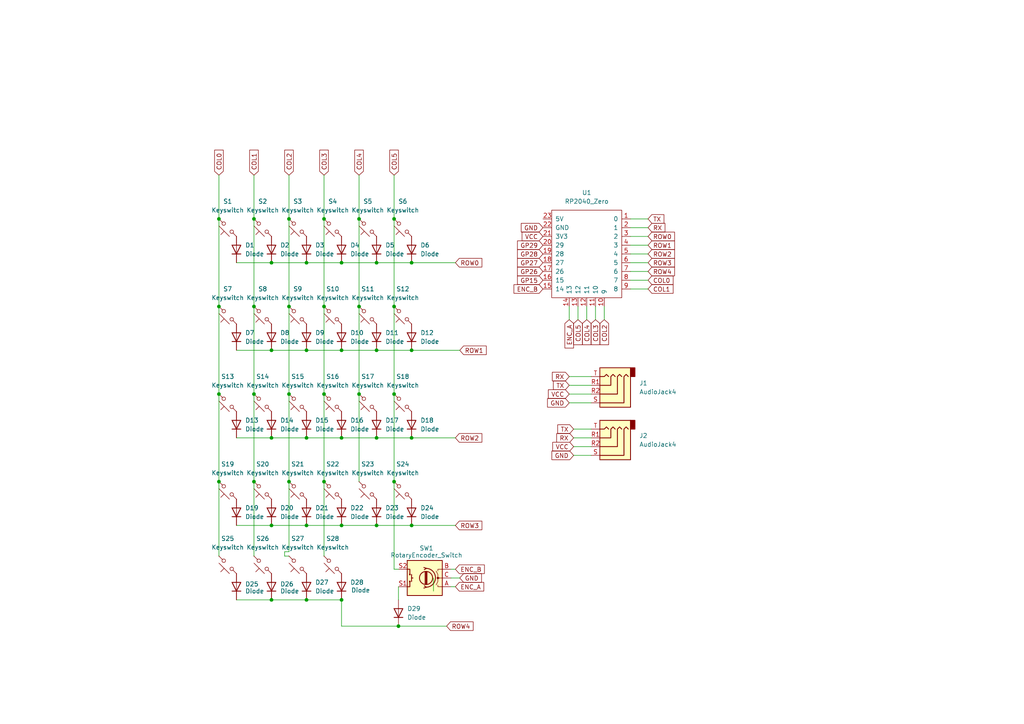
<source format=kicad_sch>
(kicad_sch (version 20231120) (generator "eeschema") (generator_version "8.0")
  (paper "A4")
  (lib_symbols
    (symbol "Connector_Audio:AudioJack4"
      (property "Reference" "J" (at 0 8.89 0))
      (property "Value" "AudioJack4" (at 0 6.35 0))
      (symbol "AudioJack4_0_1"
        (rectangle (start -6.35 -5.08) (end -7.62 -7.62) (stroke (width 0.254)) (fill (type outline)))
        (polyline (pts (xy 0 -5.08) (xy 0.635 -5.715) (xy 1.27 -5.08) (xy 2.54 -5.08)) (stroke (width 0.254)))
        (polyline (pts (xy -5.715 -5.08) (xy -5.08 -5.715) (xy -4.445 -5.08) (xy -4.445 2.54) (xy 2.54 2.54)) (stroke (width 0.254)))
        (polyline (pts (xy -1.905 -5.08) (xy -1.27 -5.715) (xy -0.635 -5.08) (xy -0.635 -2.54) (xy 2.54 -2.54)) (stroke (width 0.254)))
        (polyline (pts (xy 2.54 0) (xy -2.54 0) (xy -2.54 -5.08) (xy -3.175 -5.715) (xy -3.81 -5.08)) (stroke (width 0.254)))
        (rectangle (start 2.54 3.81) (end -6.35 -7.62) (stroke (width 0.254)) (fill (type background)))
      )
      (symbol "AudioJack4_1_1"
        (pin passive line (at 5.08 -2.54 180) (length 2.54) (name "~") (number "R1"))
        (pin passive line (at 5.08 0 180) (length 2.54) (name "~") (number "R2"))
        (pin passive line (at 5.08 2.54 180) (length 2.54) (name "~") (number "S"))
        (pin passive line (at 5.08 -5.08 180) (length 2.54) (name "~") (number "T"))
      )
    )
    (symbol "Device:RotaryEncoder_Switch" (pin_names (offset 0.254) hide)
      (property "Reference" "SW" (at 0 6.604 0))
      (property "Value" "RotaryEncoder_Switch" (at 0 -6.604 0))
      (symbol "RotaryEncoder_Switch_0_1"
        (rectangle (start -5.08 5.08) (end 5.08 -5.08) (stroke (width 0.254)) (fill (type background)))
        (circle (center -3.81 0) (radius 0.254) (fill (type outline)))
        (circle (center -0.381 0) (radius 1.905) (stroke (width 0.254)))
        (arc (start -0.381 2.667) (mid -3.0988 -0.0635) (end -0.381 -2.794) (stroke (width 0.254)))
        (polyline (pts (xy -0.635 -1.778) (xy -0.635 1.778)) (stroke (width 0.254)))
        (polyline (pts (xy -0.381 -1.778) (xy -0.381 1.778)) (stroke (width 0.254)))
        (polyline (pts (xy -0.127 1.778) (xy -0.127 -1.778)) (stroke (width 0.254)))
        (polyline (pts (xy 3.81 0) (xy 3.429 0)) (stroke (width 0.254)))
        (polyline (pts (xy 3.81 1.016) (xy 3.81 -1.016)) (stroke (width 0.254)))
        (polyline (pts (xy -5.08 -2.54) (xy -3.81 -2.54) (xy -3.81 -2.032)))
        (polyline (pts (xy -5.08 2.54) (xy -3.81 2.54) (xy -3.81 2.032)))
        (polyline (pts (xy 0.254 -3.048) (xy -0.508 -2.794) (xy 0.127 -2.413)) (stroke (width 0.254)))
        (polyline (pts (xy 0.254 2.921) (xy -0.508 2.667) (xy 0.127 2.286)) (stroke (width 0.254)))
        (polyline (pts (xy 5.08 -2.54) (xy 4.318 -2.54) (xy 4.318 -1.016)) (stroke (width 0.254)))
        (polyline (pts (xy 5.08 2.54) (xy 4.318 2.54) (xy 4.318 1.016)) (stroke (width 0.254)))
        (polyline (pts (xy -5.08 0) (xy -3.81 0) (xy -3.81 -1.016) (xy -3.302 -2.032)))
        (polyline (pts (xy -4.318 0) (xy -3.81 0) (xy -3.81 1.016) (xy -3.302 2.032)))
        (circle (center 4.318 -1.016) (radius 0.127) (stroke (width 0.254)))
        (circle (center 4.318 1.016) (radius 0.127) (stroke (width 0.254)))
      )
      (symbol "RotaryEncoder_Switch_1_1"
        (pin passive line (at -7.62 2.54 0) (length 2.54) (name "A") (number "A"))
        (pin passive line (at -7.62 -2.54 0) (length 2.54) (name "B") (number "B"))
        (pin passive line (at -7.62 0 0) (length 2.54) (name "C") (number "C"))
        (pin passive line (at 7.62 2.54 180) (length 2.54) (name "S1") (number "S1"))
        (pin passive line (at 7.62 -2.54 180) (length 2.54) (name "S2") (number "S2"))
      )
    )
    (symbol "ScottoKeebs:MCU_RP2040_Zero" (pin_names (offset 1.016))
      (property "Reference" "U" (at 0 15.24 0))
      (property "Value" "RP2040_Zero" (at 0 12.7 0))
      (symbol "MCU_RP2040_Zero_0_1"
        (rectangle (start -10.16 11.43) (end 10.16 -13.97))
      )
      (symbol "MCU_RP2040_Zero_1_1"
        (pin bidirectional line (at 12.7 8.89 180) (length 2.54) (name "0") (number "1"))
        (pin bidirectional line (at 5.08 -16.51 90) (length 2.54) (name "9") (number "10"))
        (pin bidirectional line (at 2.54 -16.51 90) (length 2.54) (name "10") (number "11"))
        (pin bidirectional line (at 0 -16.51 90) (length 2.54) (name "11") (number "12"))
        (pin bidirectional line (at -2.54 -16.51 90) (length 2.54) (name "12") (number "13"))
        (pin bidirectional line (at -5.08 -16.51 90) (length 2.54) (name "13") (number "14"))
        (pin bidirectional line (at -12.7 -11.43 0) (length 2.54) (name "14") (number "15"))
        (pin bidirectional line (at -12.7 -8.89 0) (length 2.54) (name "15") (number "16"))
        (pin bidirectional line (at -12.7 -6.35 0) (length 2.54) (name "26") (number "17"))
        (pin bidirectional line (at -12.7 -3.81 0) (length 2.54) (name "27") (number "18"))
        (pin bidirectional line (at -12.7 -1.27 0) (length 2.54) (name "28") (number "19"))
        (pin bidirectional line (at 12.7 6.35 180) (length 2.54) (name "1") (number "2"))
        (pin bidirectional line (at -12.7 1.27 0) (length 2.54) (name "29") (number "20"))
        (pin power_out line (at -12.7 3.81 0) (length 2.54) (name "3V3") (number "21"))
        (pin power_out line (at -12.7 6.35 0) (length 2.54) (name "GND") (number "22"))
        (pin power_out line (at -12.7 8.89 0) (length 2.54) (name "5V") (number "23"))
        (pin bidirectional line (at 12.7 3.81 180) (length 2.54) (name "2") (number "3"))
        (pin bidirectional line (at 12.7 1.27 180) (length 2.54) (name "3") (number "4"))
        (pin bidirectional line (at 12.7 -1.27 180) (length 2.54) (name "4") (number "5"))
        (pin bidirectional line (at 12.7 -3.81 180) (length 2.54) (name "5") (number "6"))
        (pin bidirectional line (at 12.7 -6.35 180) (length 2.54) (name "6") (number "7"))
        (pin bidirectional line (at 12.7 -8.89 180) (length 2.54) (name "7") (number "8"))
        (pin bidirectional line (at 12.7 -11.43 180) (length 2.54) (name "8") (number "9"))
      )
    )
    (symbol "ScottoKeebs:Placeholder_Diode" (pin_numbers hide) (pin_names hide)
      (property "Reference" "D" (at 0 2.54 0))
      (property "Value" "Diode" (at 0 -2.54 0))
      (symbol "Placeholder_Diode_0_1"
        (polyline (pts (xy -1.27 1.27) (xy -1.27 -1.27)) (stroke (width 0.254)))
        (polyline (pts (xy 1.27 0) (xy -1.27 0)))
        (polyline (pts (xy 1.27 1.27) (xy 1.27 -1.27) (xy -1.27 0) (xy 1.27 1.27)) (stroke (width 0.254)))
      )
      (symbol "Placeholder_Diode_1_1"
        (pin passive line (at -3.81 0 0) (length 2.54) (name "K") (number "1"))
        (pin passive line (at 3.81 0 180) (length 2.54) (name "A") (number "2"))
      )
    )
    (symbol "ScottoKeebs:Placeholder_Keyswitch" (pin_numbers hide) (pin_names (offset 1.016) hide)
      (property "Reference" "S" (at 3.048 1.016 0))
      (property "Value" "Keyswitch" (at 0 -3.81 0))
      (symbol "Placeholder_Keyswitch_0_1"
        (circle (center -1.1684 1.1684) (radius 0.508))
        (polyline (pts (xy -0.508 2.54) (xy 2.54 -0.508)))
        (polyline (pts (xy 1.016 1.016) (xy 2.032 2.032)))
        (polyline (pts (xy -2.54 2.54) (xy -1.524 1.524) (xy -1.524 1.524)))
        (polyline (pts (xy 1.524 -1.524) (xy 2.54 -2.54) (xy 2.54 -2.54) (xy 2.54 -2.54)))
        (circle (center 1.143 -1.1938) (radius 0.508))
        (pin passive line (at -2.54 2.54 0) (length 0) (name "1") (number "1"))
        (pin passive line (at 2.54 -2.54 180) (length 0) (name "2") (number "2"))
      )
    )
  )
  (junction (at 88.9 127))
  (junction (at 63.5 139.7))
  (junction (at 114.3 114.3))
  (junction (at 78.74 173.99))
  (junction (at 119.38 127))
  (junction (at 83.82 139.7))
  (junction (at 88.9 76.2))
  (junction (at 109.22 101.6))
  (junction (at 63.5 114.3))
  (junction (at 99.06 76.2))
  (junction (at 99.06 152.4))
  (junction (at 109.22 127))
  (junction (at 93.98 114.3))
  (junction (at 99.06 173.99))
  (junction (at 114.3 63.5))
  (junction (at 78.74 101.6))
  (junction (at 99.06 127))
  (junction (at 88.9 152.4))
  (junction (at 88.9 173.99))
  (junction (at 73.66 139.7))
  (junction (at 109.22 76.2))
  (junction (at 78.74 76.2))
  (junction (at 83.82 114.3))
  (junction (at 115.57 181.61))
  (junction (at 93.98 88.9))
  (junction (at 114.3 139.7))
  (junction (at 104.14 88.9))
  (junction (at 73.66 114.3))
  (junction (at 119.38 152.4))
  (junction (at 93.98 139.7))
  (junction (at 78.74 152.4))
  (junction (at 119.38 76.2))
  (junction (at 104.14 114.3))
  (junction (at 114.3 88.9))
  (junction (at 63.5 88.9))
  (junction (at 73.66 88.9))
  (junction (at 109.22 152.4))
  (junction (at 83.82 88.9))
  (junction (at 63.5 63.5))
  (junction (at 73.66 63.5))
  (junction (at 83.82 63.5))
  (junction (at 88.9 101.6))
  (junction (at 93.98 63.5))
  (junction (at 99.06 101.6))
  (junction (at 78.74 127))
  (junction (at 119.38 101.6))
  (junction (at 104.14 63.5))
  (wire (pts (xy 187.96 66.04) (xy 182.88 66.04)))
  (wire (pts (xy 133.35 101.6) (xy 119.38 101.6)))
  (wire (pts (xy 93.98 114.3) (xy 93.98 139.7)))
  (wire (pts (xy 165.1 116.84) (xy 171.45 116.84)))
  (wire (pts (xy 114.3 88.9) (xy 114.3 114.3)))
  (wire (pts (xy 63.5 63.5) (xy 63.5 88.9)))
  (wire (pts (xy 172.72 92.71) (xy 172.72 88.9)))
  (wire (pts (xy 93.98 161.29) (xy 93.98 139.7)))
  (wire (pts (xy 104.14 63.5) (xy 104.14 88.9)))
  (wire (pts (xy 88.9 173.99) (xy 99.06 173.99)))
  (wire (pts (xy 93.98 88.9) (xy 93.98 114.3)))
  (wire (pts (xy 109.22 152.4) (xy 119.38 152.4)))
  (wire (pts (xy 73.66 88.9) (xy 73.66 114.3)))
  (wire (pts (xy 114.3 139.7) (xy 114.3 165.1)))
  (wire (pts (xy 68.58 152.4) (xy 78.74 152.4)))
  (wire (pts (xy 166.37 132.08) (xy 171.45 132.08)))
  (wire (pts (xy 93.98 63.5) (xy 93.98 88.9)))
  (wire (pts (xy 78.74 173.99) (xy 88.9 173.99)))
  (wire (pts (xy 114.3 165.1) (xy 115.57 165.1)))
  (wire (pts (xy 104.14 88.9) (xy 104.14 114.3)))
  (wire (pts (xy 88.9 127) (xy 99.06 127)))
  (wire (pts (xy 166.37 127) (xy 171.45 127)))
  (wire (pts (xy 88.9 101.6) (xy 99.06 101.6)))
  (wire (pts (xy 187.96 68.58) (xy 182.88 68.58)))
  (wire (pts (xy 109.22 127) (xy 119.38 127)))
  (wire (pts (xy 99.06 101.6) (xy 109.22 101.6)))
  (wire (pts (xy 165.1 111.76) (xy 171.45 111.76)))
  (wire (pts (xy 104.14 114.3) (xy 104.14 139.7)))
  (wire (pts (xy 73.66 114.3) (xy 73.66 139.7)))
  (wire (pts (xy 88.9 152.4) (xy 99.06 152.4)))
  (wire (pts (xy 73.66 161.29) (xy 73.66 139.7)))
  (wire (pts (xy 78.74 152.4) (xy 88.9 152.4)))
  (wire (pts (xy 187.96 81.28) (xy 182.88 81.28)))
  (wire (pts (xy 99.06 76.2) (xy 109.22 76.2)))
  (wire (pts (xy 125.73 171.45) (xy 125.73 167.64)))
  (wire (pts (xy 99.06 181.61) (xy 115.57 181.61)))
  (wire (pts (xy 88.9 76.2) (xy 99.06 76.2)))
  (wire (pts (xy 114.3 63.5) (xy 114.3 88.9)))
  (wire (pts (xy 63.5 139.7) (xy 63.5 161.29)))
  (wire (pts (xy 132.08 170.18) (xy 130.81 170.18)))
  (wire (pts (xy 133.35 167.64) (xy 130.81 167.64)))
  (wire (pts (xy 63.5 50.8) (xy 63.5 63.5)))
  (wire (pts (xy 170.18 92.71) (xy 170.18 88.9)))
  (wire (pts (xy 132.08 152.4) (xy 119.38 152.4)))
  (wire (pts (xy 187.96 63.5) (xy 182.88 63.5)))
  (wire (pts (xy 83.82 63.5) (xy 83.82 88.9)))
  (wire (pts (xy 187.96 83.82) (xy 182.88 83.82)))
  (wire (pts (xy 68.58 101.6) (xy 78.74 101.6)))
  (wire (pts (xy 115.57 181.61) (xy 129.54 181.61)))
  (wire (pts (xy 165.1 109.22) (xy 171.45 109.22)))
  (wire (pts (xy 78.74 127) (xy 88.9 127)))
  (wire (pts (xy 83.82 114.3) (xy 83.82 139.7)))
  (wire (pts (xy 132.08 165.1) (xy 130.81 165.1)))
  (wire (pts (xy 83.82 50.8) (xy 83.82 63.5)))
  (wire (pts (xy 83.82 160.02) (xy 83.82 139.7)))
  (wire (pts (xy 93.98 50.8) (xy 93.98 63.5)))
  (wire (pts (xy 78.74 101.6) (xy 88.9 101.6)))
  (wire (pts (xy 83.82 88.9) (xy 83.82 114.3)))
  (wire (pts (xy 109.22 101.6) (xy 119.38 101.6)))
  (wire (pts (xy 114.3 50.8) (xy 114.3 63.5)))
  (wire (pts (xy 73.66 63.5) (xy 73.66 88.9)))
  (wire (pts (xy 78.74 76.2) (xy 88.9 76.2)))
  (wire (pts (xy 187.96 76.2) (xy 182.88 76.2)))
  (wire (pts (xy 187.96 78.74) (xy 182.88 78.74)))
  (wire (pts (xy 73.66 50.8) (xy 73.66 63.5)))
  (wire (pts (xy 68.58 173.99) (xy 78.74 173.99)))
  (wire (pts (xy 114.3 114.3) (xy 114.3 139.7)))
  (wire (pts (xy 104.14 50.8) (xy 104.14 63.5)))
  (wire (pts (xy 68.58 127) (xy 78.74 127)))
  (wire (pts (xy 109.22 76.2) (xy 119.38 76.2)))
  (wire (pts (xy 167.64 92.71) (xy 167.64 88.9)))
  (wire (pts (xy 165.1 114.3) (xy 171.45 114.3)))
  (wire (pts (xy 82.55 160.02) (xy 83.82 160.02)))
  (wire (pts (xy 175.26 92.71) (xy 175.26 88.9)))
  (wire (pts (xy 63.5 88.9) (xy 63.5 114.3)))
  (wire (pts (xy 99.06 152.4) (xy 109.22 152.4)))
  (wire (pts (xy 115.57 173.99) (xy 115.57 170.18)))
  (wire (pts (xy 99.06 127) (xy 109.22 127)))
  (wire (pts (xy 132.08 127) (xy 119.38 127)))
  (wire (pts (xy 68.58 76.2) (xy 78.74 76.2)))
  (wire (pts (xy 132.08 76.2) (xy 119.38 76.2)))
  (wire (pts (xy 165.1 92.71) (xy 165.1 88.9)))
  (wire (pts (xy 99.06 181.61) (xy 99.06 173.99)))
  (wire (pts (xy 187.96 71.12) (xy 182.88 71.12)))
  (wire (pts (xy 187.96 73.66) (xy 182.88 73.66)))
  (wire (pts (xy 166.37 124.46) (xy 171.45 124.46)))
  (wire (pts (xy 82.55 161.29) (xy 83.82 161.29)))
  (wire (pts (xy 63.5 114.3) (xy 63.5 139.7)))
  (wire (pts (xy 82.55 160.02) (xy 82.55 161.29)))
  (wire (pts (xy 166.37 129.54) (xy 171.45 129.54)))
  (global_label "COL1" (shape input) (at 187.96 83.82 0) (property "Intersheetrefs" "${INTERSHEET_REFS}" (effects (hide yes))))
  (global_label "COL1" (shape input) (at 73.66 50.8 90) (property "Intersheetrefs" "${INTERSHEET_REFS}" (effects (hide yes))))
  (global_label "ROW2" (shape input) (at 187.96 73.66 0) (property "Intersheetrefs" "${INTERSHEET_REFS}" (effects (hide yes))))
  (global_label "GND" (shape input) (at 133.35 167.64 0) (property "Intersheetrefs" "${INTERSHEET_REFS}" (effects (hide yes))))
  (global_label "VCC" (shape input) (at 157.48 68.58 180) (property "Intersheetrefs" "${INTERSHEET_REFS}" (effects (hide yes))))
  (global_label "COL3" (shape input) (at 172.72 92.71 270) (property "Intersheetrefs" "${INTERSHEET_REFS}" (effects (hide yes))))
  (global_label "GP29" (shape input) (at 157.48 71.12 180) (property "Intersheetrefs" "${INTERSHEET_REFS}" (effects (hide yes))))
  (global_label "TX" (shape input) (at 165.1 111.76 180) (property "Intersheetrefs" "${INTERSHEET_REFS}" (effects (hide yes))))
  (global_label "GP26" (shape input) (at 157.48 78.74 180) (property "Intersheetrefs" "${INTERSHEET_REFS}" (effects (hide yes))))
  (global_label "COL3" (shape input) (at 93.98 50.8 90) (property "Intersheetrefs" "${INTERSHEET_REFS}" (effects (hide yes))))
  (global_label "GP28" (shape input) (at 157.48 73.66 180) (property "Intersheetrefs" "${INTERSHEET_REFS}" (effects (hide yes))))
  (global_label "COL4" (shape input) (at 104.14 50.8 90) (property "Intersheetrefs" "${INTERSHEET_REFS}" (effects (hide yes))))
  (global_label "GND" (shape input) (at 157.48 66.04 180) (property "Intersheetrefs" "${INTERSHEET_REFS}" (effects (hide yes))))
  (global_label "ENC_A" (shape input) (at 132.08 170.18 0) (property "Intersheetrefs" "${INTERSHEET_REFS}" (effects (hide yes))))
  (global_label "VCC" (shape input) (at 165.1 114.3 180) (property "Intersheetrefs" "${INTERSHEET_REFS}" (effects (hide yes))))
  (global_label "GP27" (shape input) (at 157.48 76.2 180) (property "Intersheetrefs" "${INTERSHEET_REFS}" (effects (hide yes))))
  (global_label "RX" (shape input) (at 165.1 109.22 180) (property "Intersheetrefs" "${INTERSHEET_REFS}" (effects (hide yes))))
  (global_label "COL2" (shape input) (at 83.82 50.8 90) (property "Intersheetrefs" "${INTERSHEET_REFS}" (effects (hide yes))))
  (global_label "COL2" (shape input) (at 175.26 92.71 270) (property "Intersheetrefs" "${INTERSHEET_REFS}" (effects (hide yes))))
  (global_label "GND" (shape input) (at 165.1 116.84 180) (property "Intersheetrefs" "${INTERSHEET_REFS}" (effects (hide yes))))
  (global_label "GND" (shape input) (at 166.37 132.08 180) (property "Intersheetrefs" "${INTERSHEET_REFS}" (effects (hide yes))))
  (global_label "COL4" (shape input) (at 170.18 92.71 270) (property "Intersheetrefs" "${INTERSHEET_REFS}" (effects (hide yes))))
  (global_label "RX" (shape input) (at 166.37 127 180) (property "Intersheetrefs" "${INTERSHEET_REFS}" (effects (hide yes))))
  (global_label "ROW4" (shape input) (at 187.96 78.74 0) (property "Intersheetrefs" "${INTERSHEET_REFS}" (effects (hide yes))))
  (global_label "COL0" (shape input) (at 187.96 81.28 0) (property "Intersheetrefs" "${INTERSHEET_REFS}" (effects (hide yes))))
  (global_label "ENC_B" (shape input) (at 157.48 83.82 180) (property "Intersheetrefs" "${INTERSHEET_REFS}" (effects (hide yes))))
  (global_label "ROW1" (shape input) (at 133.35 101.6 0) (property "Intersheetrefs" "${INTERSHEET_REFS}" (effects (hide yes))))
  (global_label "COL5" (shape input) (at 167.64 92.71 270) (property "Intersheetrefs" "${INTERSHEET_REFS}" (effects (hide yes))))
  (global_label "TX" (shape input) (at 187.96 63.5 0) (property "Intersheetrefs" "${INTERSHEET_REFS}" (effects (hide yes))))
  (global_label "ROW0" (shape input) (at 132.08 76.2 0) (property "Intersheetrefs" "${INTERSHEET_REFS}" (effects (hide yes))))
  (global_label "ROW1" (shape input) (at 187.96 71.12 0) (property "Intersheetrefs" "${INTERSHEET_REFS}" (effects (hide yes))))
  (global_label "ROW2" (shape input) (at 132.08 127 0) (property "Intersheetrefs" "${INTERSHEET_REFS}" (effects (hide yes))))
  (global_label "ROW3" (shape input) (at 187.96 76.2 0) (property "Intersheetrefs" "${INTERSHEET_REFS}" (effects (hide yes))))
  (global_label "ENC_B" (shape input) (at 132.08 165.1 0) (property "Intersheetrefs" "${INTERSHEET_REFS}" (effects (hide yes))))
  (global_label "RX" (shape input) (at 187.96 66.04 0) (property "Intersheetrefs" "${INTERSHEET_REFS}" (effects (hide yes))))
  (global_label "ROW4" (shape input) (at 129.54 181.61 0) (property "Intersheetrefs" "${INTERSHEET_REFS}" (effects (hide yes))))
  (global_label "COL0" (shape input) (at 63.5 50.8 90) (property "Intersheetrefs" "${INTERSHEET_REFS}" (effects (hide yes))))
  (global_label "ROW0" (shape input) (at 187.96 68.58 0) (property "Intersheetrefs" "${INTERSHEET_REFS}" (effects (hide yes))))
  (global_label "TX" (shape input) (at 166.37 124.46 180) (property "Intersheetrefs" "${INTERSHEET_REFS}" (effects (hide yes))))
  (global_label "GP15" (shape input) (at 157.48 81.28 180) (property "Intersheetrefs" "${INTERSHEET_REFS}" (effects (hide yes))))
  (global_label "ENC_A" (shape input) (at 165.1 92.71 270) (property "Intersheetrefs" "${INTERSHEET_REFS}" (effects (hide yes))))
  (global_label "ROW3" (shape input) (at 132.08 152.4 0) (property "Intersheetrefs" "${INTERSHEET_REFS}" (effects (hide yes))))
  (global_label "COL5" (shape input) (at 114.3 50.8 90) (property "Intersheetrefs" "${INTERSHEET_REFS}" (effects (hide yes))))
  (global_label "VCC" (shape input) (at 166.37 129.54 180) (property "Intersheetrefs" "${INTERSHEET_REFS}" (effects (hide yes))))
  (symbol (lib_id "ScottoKeebs:Placeholder_Diode") (at 78.74 72.39 90) (unit 1)
    (property "Reference" "D2" (at 81.28 71.1199 90) (effects (justify right)))
    (property "Value" "Diode" (at 81.28 73.6599 90) (effects (justify right)))
    (property "Footprint" "kbd:D3_TH_SMD_v2" (effects (hide yes)))
    (property "Description" "1N4148 (DO-35) or 1N4148W (SOD-123)" (effects (hide yes)))
    (property "Sim.Device" "D" (effects (hide yes)))
    (property "Sim.Pins" "1=K 2=A" (effects (hide yes)))
  )
  (symbol (lib_id "ScottoKeebs:Placeholder_Diode") (at 119.38 148.59 90) (unit 1)
    (property "Reference" "D24" (at 121.92 147.3199 90) (effects (justify right)))
    (property "Value" "Diode" (at 121.92 149.8599 90) (effects (justify right)))
    (property "Footprint" "kbd:D3_TH_SMD_v2" (effects (hide yes)))
    (property "Description" "1N4148 (DO-35) or 1N4148W (SOD-123)" (effects (hide yes)))
    (property "Sim.Device" "D" (effects (hide yes)))
    (property "Sim.Pins" "1=K 2=A" (effects (hide yes)))
  )
  (symbol (lib_id "ScottoKeebs:Placeholder_Diode") (at 88.9 170.18 90) (unit 1)
    (property "Reference" "D27" (at 91.44 168.9099 90) (effects (justify right)))
    (property "Value" "Diode" (at 91.44 171.4499 90) (effects (justify right)))
    (property "Footprint" "kbd:D3_TH_SMD_v2" (effects (hide yes)))
    (property "Description" "1N4148 (DO-35) or 1N4148W (SOD-123)" (effects (hide yes)))
    (property "Sim.Device" "D" (effects (hide yes)))
    (property "Sim.Pins" "1=K 2=A" (effects (hide yes)))
  )
  (symbol (lib_id "ScottoKeebs:Placeholder_Diode") (at 109.22 148.59 90) (unit 1)
    (property "Reference" "D23" (at 111.76 147.3199 90) (effects (justify right)))
    (property "Value" "Diode" (at 111.76 149.8599 90) (effects (justify right)))
    (property "Footprint" "kbd:D3_TH_SMD_v2" (effects (hide yes)))
    (property "Description" "1N4148 (DO-35) or 1N4148W (SOD-123)" (effects (hide yes)))
    (property "Sim.Device" "D" (effects (hide yes)))
    (property "Sim.Pins" "1=K 2=A" (effects (hide yes)))
  )
  (symbol (lib_id "ScottoKeebs:Placeholder_Diode") (at 68.58 97.79 90) (unit 1)
    (property "Reference" "D7" (at 71.12 96.5199 90) (effects (justify right)))
    (property "Value" "Diode" (at 71.12 99.0599 90) (effects (justify right)))
    (property "Footprint" "kbd:D3_TH_SMD_v2" (effects (hide yes)))
    (property "Description" "1N4148 (DO-35) or 1N4148W (SOD-123)" (effects (hide yes)))
    (property "Sim.Device" "D" (effects (hide yes)))
    (property "Sim.Pins" "1=K 2=A" (effects (hide yes)))
  )
  (symbol (lib_id "ScottoKeebs:Placeholder_Keyswitch") (at 66.04 116.84 180) (unit 1)
    (property "Reference" "S13" (at 66.04 109.22 0))
    (property "Value" "Keyswitch" (at 66.04 111.76 0))
    (property "Footprint" "own:SW_Redragon_LowProfile_PCB_1.00u_REV" (effects (hide yes)))
    (property "Description" "Push button switch, normally open, two pins, 45° tilted" (effects (hide yes)))
  )
  (symbol (lib_id "ScottoKeebs:Placeholder_Diode") (at 78.74 97.79 90) (unit 1)
    (property "Reference" "D8" (at 81.28 96.5199 90) (effects (justify right)))
    (property "Value" "Diode" (at 81.28 99.0599 90) (effects (justify right)))
    (property "Footprint" "kbd:D3_TH_SMD_v2" (effects (hide yes)))
    (property "Description" "1N4148 (DO-35) or 1N4148W (SOD-123)" (effects (hide yes)))
    (property "Sim.Device" "D" (effects (hide yes)))
    (property "Sim.Pins" "1=K 2=A" (effects (hide yes)))
  )
  (symbol (lib_id "ScottoKeebs:Placeholder_Keyswitch") (at 116.84 116.84 180) (unit 1)
    (property "Reference" "S18" (at 116.84 109.22 0))
    (property "Value" "Keyswitch" (at 116.84 111.76 0))
    (property "Footprint" "own:SW_Redragon_LowProfile_PCB_1.00u_REV" (effects (hide yes)))
    (property "Description" "Push button switch, normally open, two pins, 45° tilted" (effects (hide yes)))
  )
  (symbol (lib_id "ScottoKeebs:Placeholder_Keyswitch") (at 66.04 163.83 180) (unit 1)
    (property "Reference" "S25" (at 66.04 156.21 0))
    (property "Value" "Keyswitch" (at 66.04 158.75 0))
    (property "Footprint" "own:SW_Redragon_LowProfile_PCB_1.00u_REV" (effects (hide yes)))
    (property "Description" "Push button switch, normally open, two pins, 45° tilted" (effects (hide yes)))
  )
  (symbol (lib_id "ScottoKeebs:Placeholder_Diode") (at 68.58 72.39 90) (unit 1)
    (property "Reference" "D1" (at 71.12 71.1199 90) (effects (justify right)))
    (property "Value" "Diode" (at 71.12 73.6599 90) (effects (justify right)))
    (property "Footprint" "kbd:D3_TH_SMD_v2" (effects (hide yes)))
    (property "Description" "1N4148 (DO-35) or 1N4148W (SOD-123)" (effects (hide yes)))
    (property "Sim.Device" "D" (effects (hide yes)))
    (property "Sim.Pins" "1=K 2=A" (effects (hide yes)))
  )
  (symbol (lib_id "ScottoKeebs:Placeholder_Diode") (at 99.06 123.19 90) (unit 1)
    (property "Reference" "D16" (at 101.6 121.9199 90) (effects (justify right)))
    (property "Value" "Diode" (at 101.6 124.4599 90) (effects (justify right)))
    (property "Footprint" "kbd:D3_TH_SMD_v2" (effects (hide yes)))
    (property "Description" "1N4148 (DO-35) or 1N4148W (SOD-123)" (effects (hide yes)))
    (property "Sim.Device" "D" (effects (hide yes)))
    (property "Sim.Pins" "1=K 2=A" (effects (hide yes)))
  )
  (symbol (lib_id "ScottoKeebs:Placeholder_Diode") (at 115.57 177.8 90) (unit 1)
    (property "Reference" "D29" (at 118.11 176.5299 90) (effects (justify right)))
    (property "Value" "Diode" (at 118.11 179.0699 90) (effects (justify right)))
    (property "Footprint" "kbd:D3_TH_SMD_v2" (effects (hide yes)))
    (property "Description" "1N4148 (DO-35) or 1N4148W (SOD-123)" (effects (hide yes)))
    (property "Sim.Device" "D" (effects (hide yes)))
    (property "Sim.Pins" "1=K 2=A" (effects (hide yes)))
  )
  (symbol (lib_id "ScottoKeebs:Placeholder_Keyswitch") (at 106.68 66.04 180) (unit 1)
    (property "Reference" "S5" (at 106.68 58.42 0))
    (property "Value" "Keyswitch" (at 106.68 60.96 0))
    (property "Footprint" "own:SW_Redragon_LowProfile_PCB_1.00u_REV" (effects (hide yes)))
    (property "Description" "Push button switch, normally open, two pins, 45° tilted" (effects (hide yes)))
  )
  (symbol (lib_id "ScottoKeebs:Placeholder_Keyswitch") (at 106.68 91.44 180) (unit 1)
    (property "Reference" "S11" (at 106.68 83.82 0))
    (property "Value" "Keyswitch" (at 106.68 86.36 0))
    (property "Footprint" "own:SW_Redragon_LowProfile_PCB_1.00u_REV" (effects (hide yes)))
    (property "Description" "Push button switch, normally open, two pins, 45° tilted" (effects (hide yes)))
  )
  (symbol (lib_id "ScottoKeebs:Placeholder_Diode") (at 119.38 97.79 90) (unit 1)
    (property "Reference" "D12" (at 121.92 96.5199 90) (effects (justify right)))
    (property "Value" "Diode" (at 121.92 99.0599 90) (effects (justify right)))
    (property "Footprint" "kbd:D3_TH_SMD_v2" (effects (hide yes)))
    (property "Description" "1N4148 (DO-35) or 1N4148W (SOD-123)" (effects (hide yes)))
    (property "Sim.Device" "D" (effects (hide yes)))
    (property "Sim.Pins" "1=K 2=A" (effects (hide yes)))
  )
  (symbol (lib_id "ScottoKeebs:Placeholder_Keyswitch") (at 96.52 66.04 180) (unit 1)
    (property "Reference" "S4" (at 96.52 58.42 0))
    (property "Value" "Keyswitch" (at 96.52 60.96 0))
    (property "Footprint" "own:SW_Redragon_LowProfile_PCB_1.00u_REV" (effects (hide yes)))
    (property "Description" "Push button switch, normally open, two pins, 45° tilted" (effects (hide yes)))
  )
  (symbol (lib_id "ScottoKeebs:Placeholder_Keyswitch") (at 66.04 66.04 180) (unit 1)
    (property "Reference" "S1" (at 66.04 58.42 0))
    (property "Value" "Keyswitch" (at 66.04 60.96 0))
    (property "Footprint" "own:SW_Redragon_LowProfile_PCB_1.00u_REV" (effects (hide yes)))
    (property "Description" "Push button switch, normally open, two pins, 45° tilted" (effects (hide yes)))
  )
  (symbol (lib_id "ScottoKeebs:Placeholder_Keyswitch") (at 116.84 142.24 180) (unit 1)
    (property "Reference" "S24" (at 116.84 134.62 0))
    (property "Value" "Keyswitch" (at 116.84 137.16 0))
    (property "Footprint" "own:SW_Redragon_LowProfile_PCB_1.00u_REV" (effects (hide yes)))
    (property "Description" "Push button switch, normally open, two pins, 45° tilted" (effects (hide yes)))
  )
  (symbol (lib_id "ScottoKeebs:Placeholder_Diode") (at 88.9 97.79 90) (unit 1)
    (property "Reference" "D9" (at 91.44 96.5199 90) (effects (justify right)))
    (property "Value" "Diode" (at 91.44 99.0599 90) (effects (justify right)))
    (property "Footprint" "kbd:D3_TH_SMD_v2" (effects (hide yes)))
    (property "Description" "1N4148 (DO-35) or 1N4148W (SOD-123)" (effects (hide yes)))
    (property "Sim.Device" "D" (effects (hide yes)))
    (property "Sim.Pins" "1=K 2=A" (effects (hide yes)))
  )
  (symbol (lib_id "ScottoKeebs:Placeholder_Diode") (at 109.22 72.39 90) (unit 1)
    (property "Reference" "D5" (at 111.76 71.1199 90) (effects (justify right)))
    (property "Value" "Diode" (at 111.76 73.6599 90) (effects (justify right)))
    (property "Footprint" "kbd:D3_TH_SMD_v2" (effects (hide yes)))
    (property "Description" "1N4148 (DO-35) or 1N4148W (SOD-123)" (effects (hide yes)))
    (property "Sim.Device" "D" (effects (hide yes)))
    (property "Sim.Pins" "1=K 2=A" (effects (hide yes)))
  )
  (symbol (lib_id "ScottoKeebs:Placeholder_Keyswitch") (at 106.68 142.24 180) (unit 1)
    (property "Reference" "S23" (at 106.68 134.62 0))
    (property "Value" "Keyswitch" (at 106.68 137.16 0))
    (property "Footprint" "own:SW_Redragon_LowProfile_PCB_1.00u_REV" (effects (hide yes)))
    (property "Description" "Push button switch, normally open, two pins, 45° tilted" (effects (hide yes)))
  )
  (symbol (lib_id "ScottoKeebs:Placeholder_Diode") (at 68.58 148.59 90) (unit 1)
    (property "Reference" "D19" (at 71.12 147.3199 90) (effects (justify right)))
    (property "Value" "Diode" (at 71.12 149.8599 90) (effects (justify right)))
    (property "Footprint" "kbd:D3_TH_SMD_v2" (effects (hide yes)))
    (property "Description" "1N4148 (DO-35) or 1N4148W (SOD-123)" (effects (hide yes)))
    (property "Sim.Device" "D" (effects (hide yes)))
    (property "Sim.Pins" "1=K 2=A" (effects (hide yes)))
  )
  (symbol (lib_id "ScottoKeebs:Placeholder_Keyswitch") (at 66.04 91.44 180) (unit 1)
    (property "Reference" "S7" (at 66.04 83.82 0))
    (property "Value" "Keyswitch" (at 66.04 86.36 0))
    (property "Footprint" "own:SW_Redragon_LowProfile_PCB_1.00u_REV" (effects (hide yes)))
    (property "Description" "Push button switch, normally open, two pins, 45° tilted" (effects (hide yes)))
  )
  (symbol (lib_id "ScottoKeebs:MCU_RP2040_Zero") (at 170.18 72.39 0) (unit 1)
    (property "Reference" "U1" (at 170.18 55.88 0))
    (property "Value" "RP2040_Zero" (at 170.18 58.42 0))
    (property "Footprint" "ScottoKeebs_MCU:RP2040_Zero" (effects (hide yes)))
  )
  (symbol (lib_id "ScottoKeebs:Placeholder_Keyswitch") (at 96.52 163.83 180) (unit 1)
    (property "Reference" "S28" (at 96.52 156.21 0))
    (property "Value" "Keyswitch" (at 96.52 158.75 0))
    (property "Footprint" "own:SW_Redragon_LowProfile_PCB_1.00u_REV" (effects (hide yes)))
    (property "Description" "Push button switch, normally open, two pins, 45° tilted" (effects (hide yes)))
  )
  (symbol (lib_id "ScottoKeebs:Placeholder_Diode") (at 99.06 72.39 90) (unit 1)
    (property "Reference" "D4" (at 101.6 71.1199 90) (effects (justify right)))
    (property "Value" "Diode" (at 101.6 73.6599 90) (effects (justify right)))
    (property "Footprint" "kbd:D3_TH_SMD_v2" (effects (hide yes)))
    (property "Description" "1N4148 (DO-35) or 1N4148W (SOD-123)" (effects (hide yes)))
    (property "Sim.Device" "D" (effects (hide yes)))
    (property "Sim.Pins" "1=K 2=A" (effects (hide yes)))
  )
  (symbol (lib_id "ScottoKeebs:Placeholder_Keyswitch") (at 76.2 142.24 180) (unit 1)
    (property "Reference" "S20" (at 76.2 134.62 0))
    (property "Value" "Keyswitch" (at 76.2 137.16 0))
    (property "Footprint" "own:SW_Redragon_LowProfile_PCB_1.00u_REV" (effects (hide yes)))
    (property "Description" "Push button switch, normally open, two pins, 45° tilted" (effects (hide yes)))
  )
  (symbol (lib_id "ScottoKeebs:Placeholder_Diode") (at 68.58 170.18 90) (unit 1)
    (property "Reference" "D25" (at 71.12 169.418 90) (effects (justify right)))
    (property "Value" "Diode" (at 71.12 171.4499 90) (effects (justify right)))
    (property "Footprint" "kbd:D3_TH_SMD_v2" (effects (hide yes)))
    (property "Description" "1N4148 (DO-35) or 1N4148W (SOD-123)" (effects (hide yes)))
    (property "Sim.Device" "D" (effects (hide yes)))
    (property "Sim.Pins" "1=K 2=A" (effects (hide yes)))
  )
  (symbol (lib_id "ScottoKeebs:Placeholder_Keyswitch") (at 76.2 116.84 180) (unit 1)
    (property "Reference" "S14" (at 76.2 109.22 0))
    (property "Value" "Keyswitch" (at 76.2 111.76 0))
    (property "Footprint" "own:SW_Redragon_LowProfile_PCB_1.00u_REV" (effects (hide yes)))
    (property "Description" "Push button switch, normally open, two pins, 45° tilted" (effects (hide yes)))
  )
  (symbol (lib_id "ScottoKeebs:Placeholder_Keyswitch") (at 86.36 91.44 180) (unit 1)
    (property "Reference" "S9" (at 86.36 83.82 0))
    (property "Value" "Keyswitch" (at 86.36 86.36 0))
    (property "Footprint" "own:SW_Redragon_LowProfile_PCB_1.00u_REV" (effects (hide yes)))
    (property "Description" "Push button switch, normally open, two pins, 45° tilted" (effects (hide yes)))
  )
  (symbol (lib_id "ScottoKeebs:Placeholder_Keyswitch") (at 86.36 66.04 180) (unit 1)
    (property "Reference" "S3" (at 86.36 58.42 0))
    (property "Value" "Keyswitch" (at 86.36 60.96 0))
    (property "Footprint" "own:SW_Redragon_LowProfile_PCB_1.00u_REV" (effects (hide yes)))
    (property "Description" "Push button switch, normally open, two pins, 45° tilted" (effects (hide yes)))
  )
  (symbol (lib_id "ScottoKeebs:Placeholder_Diode") (at 109.22 97.79 90) (unit 1)
    (property "Reference" "D11" (at 111.76 96.5199 90) (effects (justify right)))
    (property "Value" "Diode" (at 111.76 99.0599 90) (effects (justify right)))
    (property "Footprint" "kbd:D3_TH_SMD_v2" (effects (hide yes)))
    (property "Description" "1N4148 (DO-35) or 1N4148W (SOD-123)" (effects (hide yes)))
    (property "Sim.Device" "D" (effects (hide yes)))
    (property "Sim.Pins" "1=K 2=A" (effects (hide yes)))
  )
  (symbol (lib_id "ScottoKeebs:Placeholder_Keyswitch") (at 106.68 116.84 180) (unit 1)
    (property "Reference" "S17" (at 106.68 109.22 0))
    (property "Value" "Keyswitch" (at 106.68 111.76 0))
    (property "Footprint" "own:SW_Redragon_LowProfile_PCB_1.00u_REV" (effects (hide yes)))
    (property "Description" "Push button switch, normally open, two pins, 45° tilted" (effects (hide yes)))
  )
  (symbol (lib_id "ScottoKeebs:Placeholder_Diode") (at 78.74 148.59 90) (unit 1)
    (property "Reference" "D20" (at 81.28 147.3199 90) (effects (justify right)))
    (property "Value" "Diode" (at 81.28 149.8599 90) (effects (justify right)))
    (property "Footprint" "kbd:D3_TH_SMD_v2" (effects (hide yes)))
    (property "Description" "1N4148 (DO-35) or 1N4148W (SOD-123)" (effects (hide yes)))
    (property "Sim.Device" "D" (effects (hide yes)))
    (property "Sim.Pins" "1=K 2=A" (effects (hide yes)))
  )
  (symbol (lib_id "ScottoKeebs:Placeholder_Diode") (at 99.06 170.18 90) (unit 1)
    (property "Reference" "D28" (at 101.6 168.9099 90) (effects (justify right)))
    (property "Value" "Diode" (at 101.854 171.196 90) (effects (justify right)))
    (property "Footprint" "kbd:D3_TH_SMD_v2" (effects (hide yes)))
    (property "Description" "1N4148 (DO-35) or 1N4148W (SOD-123)" (effects (hide yes)))
    (property "Sim.Device" "D" (effects (hide yes)))
    (property "Sim.Pins" "1=K 2=A" (effects (hide yes)))
  )
  (symbol (lib_id "Device:RotaryEncoder_Switch") (at 123.19 167.64 180) (unit 1)
    (property "Reference" "SW1" (at 123.698 159.004 0))
    (property "Value" "RotaryEncoder_Switch" (at 123.698 161.036 0))
    (property "Footprint" "Rotary_Encoder:RotaryEncoder_Alps_EC11E-Switch_Vertical_H20mm" (effects (hide yes)))
    (property "Description" "Rotary encoder, dual channel, incremental quadrate outputs, with switch" (effects (hide yes)))
  )
  (symbol (lib_id "Connector_Audio:AudioJack4") (at 176.53 129.54 180) (unit 1)
    (property "Reference" "J2" (at 185.42 126.3649 0) (effects (justify right)))
    (property "Value" "AudioJack4" (at 185.42 128.9049 0) (effects (justify right)))
    (property "Footprint" "Connector_Audio:Jack_3.5mm_PJ320D_Horizontal" (effects (hide yes)))
    (property "Description" "Audio Jack, 4 Poles (TRRS)" (effects (hide yes)))
  )
  (symbol (lib_id "ScottoKeebs:Placeholder_Keyswitch") (at 86.36 116.84 180) (unit 1)
    (property "Reference" "S15" (at 86.36 109.22 0))
    (property "Value" "Keyswitch" (at 86.36 111.76 0))
    (property "Footprint" "own:SW_Redragon_LowProfile_PCB_1.00u_REV" (effects (hide yes)))
    (property "Description" "Push button switch, normally open, two pins, 45° tilted" (effects (hide yes)))
  )
  (symbol (lib_id "ScottoKeebs:Placeholder_Keyswitch") (at 96.52 142.24 180) (unit 1)
    (property "Reference" "S22" (at 96.52 134.62 0))
    (property "Value" "Keyswitch" (at 96.52 137.16 0))
    (property "Footprint" "own:SW_Redragon_LowProfile_PCB_1.00u_REV" (effects (hide yes)))
    (property "Description" "Push button switch, normally open, two pins, 45° tilted" (effects (hide yes)))
  )
  (symbol (lib_id "ScottoKeebs:Placeholder_Diode") (at 68.58 123.19 90) (unit 1)
    (property "Reference" "D13" (at 71.12 121.9199 90) (effects (justify right)))
    (property "Value" "Diode" (at 71.12 124.4599 90) (effects (justify right)))
    (property "Footprint" "kbd:D3_TH_SMD_v2" (effects (hide yes)))
    (property "Description" "1N4148 (DO-35) or 1N4148W (SOD-123)" (effects (hide yes)))
    (property "Sim.Device" "D" (effects (hide yes)))
    (property "Sim.Pins" "1=K 2=A" (effects (hide yes)))
  )
  (symbol (lib_id "ScottoKeebs:Placeholder_Diode") (at 78.74 123.19 90) (unit 1)
    (property "Reference" "D14" (at 81.28 121.9199 90) (effects (justify right)))
    (property "Value" "Diode" (at 81.28 124.4599 90) (effects (justify right)))
    (property "Footprint" "kbd:D3_TH_SMD_v2" (effects (hide yes)))
    (property "Description" "1N4148 (DO-35) or 1N4148W (SOD-123)" (effects (hide yes)))
    (property "Sim.Device" "D" (effects (hide yes)))
    (property "Sim.Pins" "1=K 2=A" (effects (hide yes)))
  )
  (symbol (lib_id "ScottoKeebs:Placeholder_Keyswitch") (at 96.52 91.44 180) (unit 1)
    (property "Reference" "S10" (at 96.52 83.82 0))
    (property "Value" "Keyswitch" (at 96.52 86.36 0))
    (property "Footprint" "own:SW_Redragon_LowProfile_PCB_1.00u_REV" (effects (hide yes)))
    (property "Description" "Push button switch, normally open, two pins, 45° tilted" (effects (hide yes)))
  )
  (symbol (lib_id "ScottoKeebs:Placeholder_Diode") (at 99.06 148.59 90) (unit 1)
    (property "Reference" "D22" (at 101.6 147.3199 90) (effects (justify right)))
    (property "Value" "Diode" (at 101.6 149.8599 90) (effects (justify right)))
    (property "Footprint" "kbd:D3_TH_SMD_v2" (effects (hide yes)))
    (property "Description" "1N4148 (DO-35) or 1N4148W (SOD-123)" (effects (hide yes)))
    (property "Sim.Device" "D" (effects (hide yes)))
    (property "Sim.Pins" "1=K 2=A" (effects (hide yes)))
  )
  (symbol (lib_id "ScottoKeebs:Placeholder_Keyswitch") (at 86.36 163.83 180) (unit 1)
    (property "Reference" "S27" (at 86.36 156.21 0))
    (property "Value" "Keyswitch" (at 86.36 158.75 0))
    (property "Footprint" "own:SW_Redragon_LowProfile_PCB_1.00u_REV" (effects (hide yes)))
    (property "Description" "Push button switch, normally open, two pins, 45° tilted" (effects (hide yes)))
  )
  (symbol (lib_id "ScottoKeebs:Placeholder_Keyswitch") (at 116.84 66.04 180) (unit 1)
    (property "Reference" "S6" (at 116.84 58.42 0))
    (property "Value" "Keyswitch" (at 116.84 60.96 0))
    (property "Footprint" "own:SW_Redragon_LowProfile_PCB_1.00u_REV" (effects (hide yes)))
    (property "Description" "Push button switch, normally open, two pins, 45° tilted" (effects (hide yes)))
  )
  (symbol (lib_id "ScottoKeebs:Placeholder_Diode") (at 88.9 148.59 90) (unit 1)
    (property "Reference" "D21" (at 91.44 147.3199 90) (effects (justify right)))
    (property "Value" "Diode" (at 91.44 149.8599 90) (effects (justify right)))
    (property "Footprint" "kbd:D3_TH_SMD_v2" (effects (hide yes)))
    (property "Description" "1N4148 (DO-35) or 1N4148W (SOD-123)" (effects (hide yes)))
    (property "Sim.Device" "D" (effects (hide yes)))
    (property "Sim.Pins" "1=K 2=A" (effects (hide yes)))
  )
  (symbol (lib_id "ScottoKeebs:Placeholder_Diode") (at 119.38 72.39 90) (unit 1)
    (property "Reference" "D6" (at 121.92 71.1199 90) (effects (justify right)))
    (property "Value" "Diode" (at 121.92 73.6599 90) (effects (justify right)))
    (property "Footprint" "kbd:D3_TH_SMD_v2" (effects (hide yes)))
    (property "Description" "1N4148 (DO-35) or 1N4148W (SOD-123)" (effects (hide yes)))
    (property "Sim.Device" "D" (effects (hide yes)))
    (property "Sim.Pins" "1=K 2=A" (effects (hide yes)))
  )
  (symbol (lib_id "ScottoKeebs:Placeholder_Keyswitch") (at 76.2 91.44 180) (unit 1)
    (property "Reference" "S8" (at 76.2 83.82 0))
    (property "Value" "Keyswitch" (at 76.2 86.36 0))
    (property "Footprint" "own:SW_Redragon_LowProfile_PCB_1.00u_REV" (effects (hide yes)))
    (property "Description" "Push button switch, normally open, two pins, 45° tilted" (effects (hide yes)))
  )
  (symbol (lib_id "ScottoKeebs:Placeholder_Diode") (at 88.9 123.19 90) (unit 1)
    (property "Reference" "D15" (at 91.44 121.9199 90) (effects (justify right)))
    (property "Value" "Diode" (at 91.44 124.4599 90) (effects (justify right)))
    (property "Footprint" "kbd:D3_TH_SMD_v2" (effects (hide yes)))
    (property "Description" "1N4148 (DO-35) or 1N4148W (SOD-123)" (effects (hide yes)))
    (property "Sim.Device" "D" (effects (hide yes)))
    (property "Sim.Pins" "1=K 2=A" (effects (hide yes)))
  )
  (symbol (lib_id "ScottoKeebs:Placeholder_Diode") (at 119.38 123.19 90) (unit 1)
    (property "Reference" "D18" (at 121.92 121.9199 90) (effects (justify right)))
    (property "Value" "Diode" (at 121.92 124.4599 90) (effects (justify right)))
    (property "Footprint" "kbd:D3_TH_SMD_v2" (effects (hide yes)))
    (property "Description" "1N4148 (DO-35) or 1N4148W (SOD-123)" (effects (hide yes)))
    (property "Sim.Device" "D" (effects (hide yes)))
    (property "Sim.Pins" "1=K 2=A" (effects (hide yes)))
  )
  (symbol (lib_id "ScottoKeebs:Placeholder_Diode") (at 109.22 123.19 90) (unit 1)
    (property "Reference" "D17" (at 111.76 121.9199 90) (effects (justify right)))
    (property "Value" "Diode" (at 111.76 124.4599 90) (effects (justify right)))
    (property "Footprint" "kbd:D3_TH_SMD_v2" (effects (hide yes)))
    (property "Description" "1N4148 (DO-35) or 1N4148W (SOD-123)" (effects (hide yes)))
    (property "Sim.Device" "D" (effects (hide yes)))
    (property "Sim.Pins" "1=K 2=A" (effects (hide yes)))
  )
  (symbol (lib_id "ScottoKeebs:Placeholder_Keyswitch") (at 96.52 116.84 180) (unit 1)
    (property "Reference" "S16" (at 96.52 109.22 0))
    (property "Value" "Keyswitch" (at 96.52 111.76 0))
    (property "Footprint" "own:SW_Redragon_LowProfile_PCB_1.00u_REV" (effects (hide yes)))
    (property "Description" "Push button switch, normally open, two pins, 45° tilted" (effects (hide yes)))
  )
  (symbol (lib_id "ScottoKeebs:Placeholder_Diode") (at 78.74 170.18 90) (unit 1)
    (property "Reference" "D26" (at 81.28 169.418 90) (effects (justify right)))
    (property "Value" "Diode" (at 81.28 171.4499 90) (effects (justify right)))
    (property "Footprint" "kbd:D3_TH_SMD_v2" (effects (hide yes)))
    (property "Description" "1N4148 (DO-35) or 1N4148W (SOD-123)" (effects (hide yes)))
    (property "Sim.Device" "D" (effects (hide yes)))
    (property "Sim.Pins" "1=K 2=A" (effects (hide yes)))
  )
  (symbol (lib_id "Connector_Audio:AudioJack4") (at 176.53 114.3 180) (unit 1)
    (property "Reference" "J1" (at 185.42 111.1249 0) (effects (justify right)))
    (property "Value" "AudioJack4" (at 185.42 113.6649 0) (effects (justify right)))
    (property "Footprint" "Connector_Audio:Jack_3.5mm_PJ320D_Horizontal" (effects (hide yes)))
    (property "Description" "Audio Jack, 4 Poles (TRRS)" (effects (hide yes)))
  )
  (symbol (lib_id "ScottoKeebs:Placeholder_Keyswitch") (at 66.04 142.24 180) (unit 1)
    (property "Reference" "S19" (at 66.04 134.62 0))
    (property "Value" "Keyswitch" (at 66.04 137.16 0))
    (property "Footprint" "own:SW_Redragon_LowProfile_PCB_1.00u_REV" (effects (hide yes)))
    (property "Description" "Push button switch, normally open, two pins, 45° tilted" (effects (hide yes)))
  )
  (symbol (lib_id "ScottoKeebs:Placeholder_Diode") (at 88.9 72.39 90) (unit 1)
    (property "Reference" "D3" (at 91.44 71.1199 90) (effects (justify right)))
    (property "Value" "Diode" (at 91.44 73.6599 90) (effects (justify right)))
    (property "Footprint" "kbd:D3_TH_SMD_v2" (effects (hide yes)))
    (property "Description" "1N4148 (DO-35) or 1N4148W (SOD-123)" (effects (hide yes)))
    (property "Sim.Device" "D" (effects (hide yes)))
    (property "Sim.Pins" "1=K 2=A" (effects (hide yes)))
  )
  (symbol (lib_id "ScottoKeebs:Placeholder_Keyswitch") (at 76.2 66.04 180) (unit 1)
    (property "Reference" "S2" (at 76.2 58.42 0))
    (property "Value" "Keyswitch" (at 76.2 60.96 0))
    (property "Footprint" "own:SW_Redragon_LowProfile_PCB_1.00u_REV" (effects (hide yes)))
    (property "Description" "Push button switch, normally open, two pins, 45° tilted" (effects (hide yes)))
  )
  (symbol (lib_id "ScottoKeebs:Placeholder_Keyswitch") (at 86.36 142.24 180) (unit 1)
    (property "Reference" "S21" (at 86.36 134.62 0))
    (property "Value" "Keyswitch" (at 86.36 137.16 0))
    (property "Footprint" "own:SW_Redragon_LowProfile_PCB_1.00u_REV" (effects (hide yes)))
    (property "Description" "Push button switch, normally open, two pins, 45° tilted" (effects (hide yes)))
  )
  (symbol (lib_id "ScottoKeebs:Placeholder_Keyswitch") (at 76.2 163.83 180) (unit 1)
    (property "Reference" "S26" (at 76.2 156.21 0))
    (property "Value" "Keyswitch" (at 76.2 158.75 0))
    (property "Footprint" "own:SW_Redragon_LowProfile_PCB_1.00u_REV" (effects (hide yes)))
    (property "Description" "Push button switch, normally open, two pins, 45° tilted" (effects (hide yes)))
  )
  (symbol (lib_id "ScottoKeebs:Placeholder_Keyswitch") (at 116.84 91.44 180) (unit 1)
    (property "Reference" "S12" (at 116.84 83.82 0))
    (property "Value" "Keyswitch" (at 116.84 86.36 0))
    (property "Footprint" "own:SW_Redragon_LowProfile_PCB_1.00u_REV" (effects (hide yes)))
    (property "Description" "Push button switch, normally open, two pins, 45° tilted" (effects (hide yes)))
  )
  (symbol (lib_id "ScottoKeebs:Placeholder_Diode") (at 99.06 97.79 90) (unit 1)
    (property "Reference" "D10" (at 101.6 96.5199 90) (effects (justify right)))
    (property "Value" "Diode" (at 101.6 99.0599 90) (effects (justify right)))
    (property "Footprint" "kbd:D3_TH_SMD_v2" (effects (hide yes)))
    (property "Description" "1N4148 (DO-35) or 1N4148W (SOD-123)" (effects (hide yes)))
    (property "Sim.Device" "D" (effects (hide yes)))
    (property "Sim.Pins" "1=K 2=A" (effects (hide yes)))
  )
)
</source>
